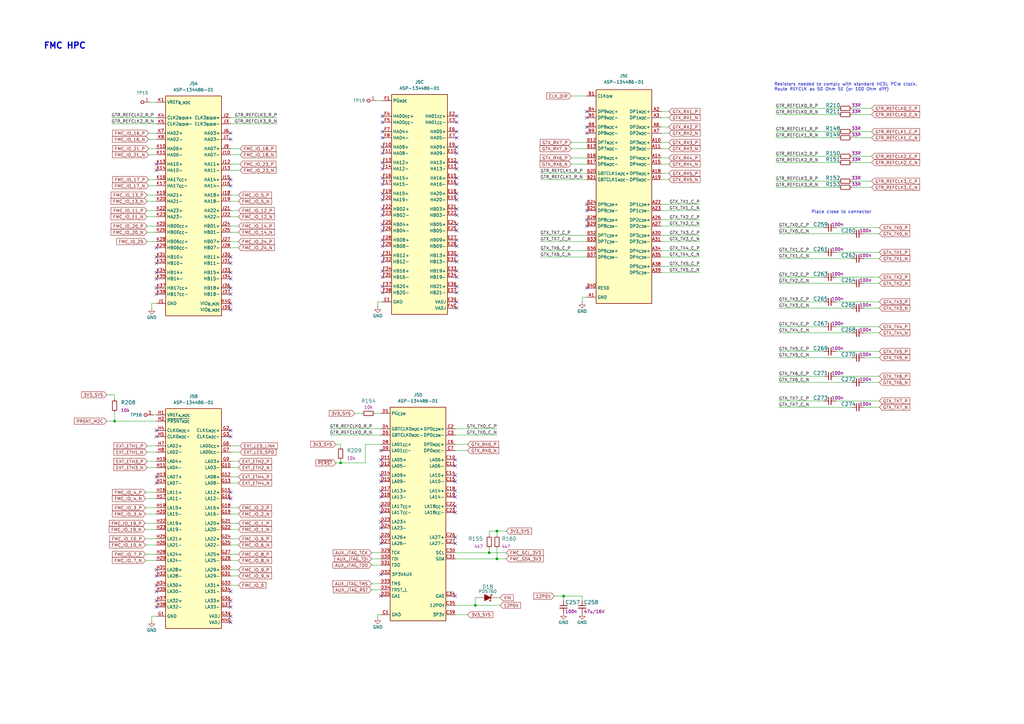
<source format=kicad_sch>
(kicad_sch (version 20211123) (generator eeschema)
  (paper "A3")
  (title_block (title "Data Center RDIMM DDR4 Tester") (date "2023-07-27") (rev "1.2.2") (comment 1 "www.antmicro.com") (comment 2 "Antmicro Ltd"))
  (junction (at 46.99 172.72))
  (junction (at 203.835 217.805))
  (junction (at 194.945 248.285))
  (junction (at 231.14 244.475))
  (junction (at 200.66 226.695))
  (junction (at 139.7 189.865))
  (junction (at 203.835 229.235))
  (no_connect (at 187.325 66.675))
  (no_connect (at 64.135 114.3))
  (no_connect (at 187.325 73.025))
  (no_connect (at 240.665 83.82))
  (no_connect (at 64.135 118.11))
  (no_connect (at 156.21 210.185))
  (no_connect (at 187.325 111.125))
  (no_connect (at 94.615 248.92))
  (no_connect (at 156.845 100.965))
  (no_connect (at 186.69 194.945))
  (no_connect (at 94.615 124.46))
  (no_connect (at 240.665 92.71))
  (no_connect (at 94.615 118.11))
  (no_connect (at 240.665 45.72))
  (no_connect (at 64.135 120.65))
  (no_connect (at 64.135 240.03))
  (no_connect (at 156.845 56.515))
  (no_connect (at 64.135 176.53))
  (no_connect (at 156.845 120.015))
  (no_connect (at 94.615 201.93))
  (no_connect (at 156.845 62.865))
  (no_connect (at 156.21 207.645))
  (no_connect (at 186.69 207.645))
  (no_connect (at 187.325 88.265))
  (no_connect (at 156.845 111.125))
  (no_connect (at 94.615 252.73))
  (no_connect (at 187.325 123.825))
  (no_connect (at 156.21 220.345))
  (no_connect (at 186.69 201.295))
  (no_connect (at 187.325 62.865))
  (no_connect (at 156.845 81.915))
  (no_connect (at 156.21 216.535))
  (no_connect (at 187.325 50.165))
  (no_connect (at 186.69 220.345))
  (no_connect (at 240.665 86.36))
  (no_connect (at 187.325 47.625))
  (no_connect (at 186.69 222.885))
  (no_connect (at 187.325 56.515))
  (no_connect (at 94.615 127))
  (no_connect (at 94.615 120.65))
  (no_connect (at 187.325 113.665))
  (no_connect (at 187.325 120.015))
  (no_connect (at 64.135 111.76))
  (no_connect (at 156.21 213.995))
  (no_connect (at 64.135 242.57))
  (no_connect (at 94.615 57.15))
  (no_connect (at 156.21 184.785))
  (no_connect (at 94.615 204.47))
  (no_connect (at 64.135 248.92))
  (no_connect (at 156.845 107.315))
  (no_connect (at 156.845 60.325))
  (no_connect (at 156.845 69.215))
  (no_connect (at 156.21 194.945))
  (no_connect (at 94.615 73.66))
  (no_connect (at 240.665 48.26))
  (no_connect (at 240.665 54.61))
  (no_connect (at 64.135 246.38))
  (no_connect (at 187.325 94.615))
  (no_connect (at 94.615 246.38))
  (no_connect (at 187.325 117.475))
  (no_connect (at 186.69 203.835))
  (no_connect (at 156.845 53.975))
  (no_connect (at 156.845 117.475))
  (no_connect (at 240.665 118.11))
  (no_connect (at 94.615 76.2))
  (no_connect (at 156.845 79.375))
  (no_connect (at 156.845 88.265))
  (no_connect (at 186.69 191.135))
  (no_connect (at 156.21 203.835))
  (no_connect (at 156.21 188.595))
  (no_connect (at 187.325 98.425))
  (no_connect (at 156.21 201.295))
  (no_connect (at 156.845 85.725))
  (no_connect (at 64.135 198.12))
  (no_connect (at 186.69 188.595))
  (no_connect (at 187.325 69.215))
  (no_connect (at 94.615 176.53))
  (no_connect (at 187.325 79.375))
  (no_connect (at 187.325 60.325))
  (no_connect (at 156.845 73.025))
  (no_connect (at 187.325 85.725))
  (no_connect (at 240.665 52.07))
  (no_connect (at 186.69 210.185))
  (no_connect (at 64.135 179.07))
  (no_connect (at 156.21 235.585))
  (no_connect (at 187.325 107.315))
  (no_connect (at 94.615 179.07))
  (no_connect (at 94.615 111.76))
  (no_connect (at 94.615 107.95))
  (no_connect (at 156.21 244.475))
  (no_connect (at 187.325 126.365))
  (no_connect (at 156.845 113.665))
  (no_connect (at 187.325 81.915))
  (no_connect (at 156.845 104.775))
  (no_connect (at 64.135 233.68))
  (no_connect (at 156.21 191.135))
  (no_connect (at 156.21 222.885))
  (no_connect (at 94.615 54.61))
  (no_connect (at 156.845 98.425))
  (no_connect (at 186.69 244.475))
  (no_connect (at 64.135 107.95))
  (no_connect (at 94.615 114.3))
  (no_connect (at 64.135 105.41))
  (no_connect (at 187.325 75.565))
  (no_connect (at 187.325 92.075))
  (no_connect (at 64.135 67.31))
  (no_connect (at 94.615 105.41))
  (no_connect (at 64.135 195.58))
  (no_connect (at 156.845 75.565))
  (no_connect (at 94.615 255.27))
  (no_connect (at 240.665 90.17))
  (no_connect (at 156.845 66.675))
  (no_connect (at 187.325 104.775))
  (no_connect (at 156.21 197.485))
  (no_connect (at 186.69 197.485))
  (no_connect (at 156.845 94.615))
  (no_connect (at 64.135 236.22))
  (no_connect (at 64.135 69.85))
  (no_connect (at 156.845 50.165))
  (no_connect (at 94.615 242.57))
  (no_connect (at 156.845 92.075))
  (no_connect (at 156.845 47.625))
  (no_connect (at 187.325 100.965))
  (no_connect (at 187.325 53.975))
  (no_connect (at 64.135 101.6))
  (wire (pts (xy 342.9 93.345) (xy 360.68 93.345)))
  (wire (pts (xy 59.563 217.17) (xy 64.135 217.17)))
  (wire (pts (xy 152.4 239.395) (xy 156.21 239.395)))
  (wire (pts (xy 234.315 67.31) (xy 240.665 67.31)))
  (wire (pts (xy 342.9 164.465) (xy 360.68 164.465)))
  (wire (pts (xy 238.76 123.825) (xy 238.76 121.92)))
  (wire (pts (xy 287.02 96.52) (xy 271.145 96.52)))
  (wire (pts (xy 94.615 101.6) (xy 97.79 101.6)))
  (wire (pts (xy 318.135 66.675) (xy 344.17 66.675)))
  (wire (pts (xy 97.79 95.25) (xy 94.615 95.25)))
  (wire (pts (xy 60.96 63.5) (xy 64.135 63.5)))
  (wire (pts (xy 349.25 44.45) (xy 357.505 44.45)))
  (wire (pts (xy 149.86 182.245) (xy 156.21 182.245)))
  (wire (pts (xy 154.94 252.095) (xy 156.21 252.095)))
  (wire (pts (xy 152.4 231.775) (xy 156.21 231.775)))
  (wire (pts (xy 342.9 144.145) (xy 360.68 144.145)))
  (wire (pts (xy 186.69 226.695) (xy 200.66 226.695)))
  (wire (pts (xy 191.77 252.095) (xy 186.69 252.095)))
  (wire (pts (xy 61.595 41.91) (xy 64.135 41.91)))
  (wire (pts (xy 319.405 144.145) (xy 337.82 144.145)))
  (wire (pts (xy 349.25 64.135) (xy 357.505 64.135)))
  (wire (pts (xy 139.7 189.865) (xy 139.7 188.595)))
  (wire (pts (xy 135.255 178.435) (xy 156.21 178.435)))
  (wire (pts (xy 227.33 244.475) (xy 231.14 244.475)))
  (wire (pts (xy 60.325 182.88) (xy 64.135 182.88)))
  (wire (pts (xy 205.105 248.285) (xy 194.945 248.285)))
  (wire (pts (xy 60.325 191.77) (xy 64.135 191.77)))
  (wire (pts (xy 203.835 224.79) (xy 203.835 229.235)))
  (wire (pts (xy 94.615 185.42) (xy 98.425 185.42)))
  (wire (pts (xy 186.69 178.435) (xy 203.835 178.435)))
  (wire (pts (xy 60.96 57.15) (xy 64.135 57.15)))
  (wire (pts (xy 354.33 95.885) (xy 360.68 95.885)))
  (wire (pts (xy 221.615 99.06) (xy 240.665 99.06)))
  (wire (pts (xy 60.96 54.61) (xy 64.135 54.61)))
  (wire (pts (xy 349.25 74.295) (xy 357.505 74.295)))
  (wire (pts (xy 94.615 80.01) (xy 97.79 80.01)))
  (wire (pts (xy 318.135 76.835) (xy 344.17 76.835)))
  (wire (pts (xy 186.69 248.285) (xy 194.945 248.285)))
  (wire (pts (xy 46.99 172.72) (xy 46.99 168.91)))
  (wire (pts (xy 287.02 109.22) (xy 271.145 109.22)))
  (wire (pts (xy 139.7 183.515) (xy 139.7 182.245)))
  (wire (pts (xy 342.9 123.825) (xy 360.68 123.825)))
  (wire (pts (xy 60.325 88.9) (xy 64.135 88.9)))
  (wire (pts (xy 354.33 106.045) (xy 360.68 106.045)))
  (wire (pts (xy 274.32 52.07) (xy 271.145 52.07)))
  (wire (pts (xy 152.4 241.935) (xy 156.21 241.935)))
  (wire (pts (xy 97.79 92.71) (xy 94.615 92.71)))
  (wire (pts (xy 59.69 208.28) (xy 64.135 208.28)))
  (wire (pts (xy 97.79 220.98) (xy 94.615 220.98)))
  (wire (pts (xy 139.7 189.865) (xy 149.86 189.865)))
  (wire (pts (xy 274.32 48.26) (xy 271.145 48.26)))
  (wire (pts (xy 98.425 60.96) (xy 94.615 60.96)))
  (wire (pts (xy 98.425 69.85) (xy 94.615 69.85)))
  (wire (pts (xy 274.32 67.31) (xy 271.145 67.31)))
  (wire (pts (xy 221.615 71.12) (xy 240.665 71.12)))
  (wire (pts (xy 274.32 60.96) (xy 271.145 60.96)))
  (wire (pts (xy 60.325 99.06) (xy 64.135 99.06)))
  (wire (pts (xy 274.32 64.77) (xy 271.145 64.77)))
  (wire (pts (xy 203.835 217.805) (xy 200.66 217.805)))
  (wire (pts (xy 152.4 229.235) (xy 156.21 229.235)))
  (wire (pts (xy 62.23 124.46) (xy 62.23 126.365)))
  (wire (pts (xy 97.79 195.58) (xy 94.615 195.58)))
  (wire (pts (xy 60.96 73.66) (xy 64.135 73.66)))
  (wire (pts (xy 45.72 48.26) (xy 64.135 48.26)))
  (wire (pts (xy 349.25 76.835) (xy 357.505 76.835)))
  (wire (pts (xy 319.405 123.825) (xy 337.82 123.825)))
  (wire (pts (xy 287.02 90.17) (xy 271.145 90.17)))
  (wire (pts (xy 342.9 103.505) (xy 360.68 103.505)))
  (wire (pts (xy 137.795 189.865) (xy 139.7 189.865)))
  (wire (pts (xy 234.315 60.96) (xy 240.665 60.96)))
  (wire (pts (xy 186.69 184.785) (xy 191.77 184.785)))
  (wire (pts (xy 221.615 105.41) (xy 240.665 105.41)))
  (wire (pts (xy 60.325 86.36) (xy 64.135 86.36)))
  (wire (pts (xy 274.32 73.66) (xy 271.145 73.66)))
  (wire (pts (xy 318.135 64.135) (xy 344.17 64.135)))
  (wire (pts (xy 60.325 92.71) (xy 64.135 92.71)))
  (wire (pts (xy 287.02 105.41) (xy 271.145 105.41)))
  (wire (pts (xy 238.76 244.475) (xy 238.76 246.38)))
  (wire (pts (xy 287.02 99.06) (xy 271.145 99.06)))
  (wire (pts (xy 97.79 233.68) (xy 94.615 233.68)))
  (wire (pts (xy 97.79 227.33) (xy 94.615 227.33)))
  (wire (pts (xy 154.305 41.275) (xy 156.845 41.275)))
  (wire (pts (xy 354.33 156.845) (xy 360.68 156.845)))
  (wire (pts (xy 238.76 121.92) (xy 240.665 121.92)))
  (wire (pts (xy 97.79 88.9) (xy 94.615 88.9)))
  (wire (pts (xy 97.79 236.22) (xy 94.615 236.22)))
  (wire (pts (xy 318.135 53.975) (xy 344.17 53.975)))
  (wire (pts (xy 59.69 229.87) (xy 64.135 229.87)))
  (wire (pts (xy 139.7 182.245) (xy 137.795 182.245)))
  (wire (pts (xy 349.25 46.99) (xy 357.505 46.99)))
  (wire (pts (xy 203.835 229.235) (xy 207.645 229.235)))
  (wire (pts (xy 97.79 223.52) (xy 94.615 223.52)))
  (wire (pts (xy 221.615 96.52) (xy 240.665 96.52)))
  (wire (pts (xy 97.79 210.82) (xy 94.615 210.82)))
  (wire (pts (xy 287.02 86.36) (xy 271.145 86.36)))
  (wire (pts (xy 287.02 92.71) (xy 271.145 92.71)))
  (wire (pts (xy 154.94 123.825) (xy 154.94 125.73)))
  (wire (pts (xy 205.105 245.11) (xy 203.835 245.11)))
  (wire (pts (xy 186.69 175.895) (xy 203.835 175.895)))
  (wire (pts (xy 145.415 169.545) (xy 148.59 169.545)))
  (wire (pts (xy 319.405 116.205) (xy 349.25 116.205)))
  (wire (pts (xy 62.23 254.635) (xy 62.23 252.73)))
  (wire (pts (xy 97.79 240.03) (xy 94.615 240.03)))
  (wire (pts (xy 94.615 82.55) (xy 97.79 82.55)))
  (wire (pts (xy 319.405 133.985) (xy 337.82 133.985)))
  (wire (pts (xy 319.405 164.465) (xy 337.82 164.465)))
  (wire (pts (xy 319.405 154.305) (xy 337.82 154.305)))
  (wire (pts (xy 97.79 198.12) (xy 94.615 198.12)))
  (wire (pts (xy 45.72 50.8) (xy 64.135 50.8)))
  (wire (pts (xy 319.405 167.005) (xy 349.25 167.005)))
  (wire (pts (xy 94.615 99.06) (xy 97.79 99.06)))
  (wire (pts (xy 97.79 191.77) (xy 94.615 191.77)))
  (wire (pts (xy 113.665 48.26) (xy 94.615 48.26)))
  (wire (pts (xy 354.33 116.205) (xy 360.68 116.205)))
  (wire (pts (xy 43.815 172.72) (xy 46.99 172.72)))
  (wire (pts (xy 354.33 146.685) (xy 360.68 146.685)))
  (wire (pts (xy 231.14 244.475) (xy 238.76 244.475)))
  (wire (pts (xy 60.325 80.01) (xy 64.135 80.01)))
  (wire (pts (xy 318.135 74.295) (xy 344.17 74.295)))
  (wire (pts (xy 287.02 102.87) (xy 271.145 102.87)))
  (wire (pts (xy 234.315 39.37) (xy 240.665 39.37)))
  (wire (pts (xy 234.315 64.77) (xy 240.665 64.77)))
  (wire (pts (xy 196.215 245.11) (xy 194.945 245.11)))
  (wire (pts (xy 287.02 111.76) (xy 271.145 111.76)))
  (wire (pts (xy 203.835 219.71) (xy 203.835 217.805)))
  (wire (pts (xy 149.86 189.865) (xy 149.86 182.245)))
  (wire (pts (xy 59.69 223.52) (xy 64.135 223.52)))
  (wire (pts (xy 97.79 229.87) (xy 94.615 229.87)))
  (wire (pts (xy 154.94 253.365) (xy 154.94 252.095)))
  (wire (pts (xy 97.79 217.17) (xy 94.615 217.17)))
  (wire (pts (xy 274.32 58.42) (xy 271.145 58.42)))
  (wire (pts (xy 354.33 167.005) (xy 360.68 167.005)))
  (wire (pts (xy 354.33 136.525) (xy 360.68 136.525)))
  (wire (pts (xy 319.405 146.685) (xy 349.25 146.685)))
  (wire (pts (xy 200.66 226.695) (xy 207.645 226.695)))
  (wire (pts (xy 154.94 123.825) (xy 156.845 123.825)))
  (wire (pts (xy 60.325 82.55) (xy 64.135 82.55)))
  (wire (pts (xy 319.405 136.525) (xy 349.25 136.525)))
  (wire (pts (xy 60.325 95.25) (xy 64.135 95.25)))
  (wire (pts (xy 318.135 44.45) (xy 344.17 44.45)))
  (wire (pts (xy 349.25 66.675) (xy 357.505 66.675)))
  (wire (pts (xy 59.69 204.47) (xy 64.135 204.47)))
  (wire (pts (xy 152.4 226.695) (xy 156.21 226.695)))
  (wire (pts (xy 59.69 210.82) (xy 64.135 210.82)))
  (wire (pts (xy 60.96 76.2) (xy 64.135 76.2)))
  (wire (pts (xy 319.405 106.045) (xy 349.25 106.045)))
  (wire (pts (xy 207.645 217.805) (xy 203.835 217.805)))
  (wire (pts (xy 62.865 170.18) (xy 64.135 170.18)))
  (wire (pts (xy 97.79 86.36) (xy 94.615 86.36)))
  (wire (pts (xy 342.9 133.985) (xy 360.68 133.985)))
  (wire (pts (xy 98.425 67.31) (xy 94.615 67.31)))
  (wire (pts (xy 62.23 124.46) (xy 64.135 124.46)))
  (wire (pts (xy 274.32 54.61) (xy 271.145 54.61)))
  (wire (pts (xy 46.99 172.72) (xy 64.135 172.72)))
  (wire (pts (xy 186.69 229.235) (xy 203.835 229.235)))
  (wire (pts (xy 60.325 189.23) (xy 64.135 189.23)))
  (wire (pts (xy 319.405 95.885) (xy 349.25 95.885)))
  (wire (pts (xy 319.405 103.505) (xy 337.82 103.505)))
  (wire (pts (xy 59.69 201.93) (xy 64.135 201.93)))
  (wire (pts (xy 200.66 224.79) (xy 200.66 226.695)))
  (wire (pts (xy 153.67 169.545) (xy 156.21 169.545)))
  (wire (pts (xy 342.9 154.305) (xy 360.68 154.305)))
  (wire (pts (xy 349.25 53.975) (xy 357.505 53.975)))
  (wire (pts (xy 349.25 56.515) (xy 357.505 56.515)))
  (wire (pts (xy 274.32 45.72) (xy 271.145 45.72)))
  (wire (pts (xy 59.69 220.98) (xy 64.135 220.98)))
  (wire (pts (xy 97.79 214.63) (xy 94.615 214.63)))
  (wire (pts (xy 186.69 182.245) (xy 191.77 182.245)))
  (wire (pts (xy 98.425 63.5) (xy 94.615 63.5)))
  (wire (pts (xy 62.23 252.73) (xy 64.135 252.73)))
  (wire (pts (xy 354.33 126.365) (xy 360.68 126.365)))
  (wire (pts (xy 319.405 156.845) (xy 349.25 156.845)))
  (wire (pts (xy 194.945 248.285) (xy 194.945 245.11)))
  (wire (pts (xy 46.99 161.925) (xy 43.815 161.925)))
  (wire (pts (xy 200.66 217.805) (xy 200.66 219.71)))
  (wire (pts (xy 59.563 214.63) (xy 64.135 214.63)))
  (wire (pts (xy 319.405 126.365) (xy 349.25 126.365)))
  (wire (pts (xy 135.255 175.895) (xy 156.21 175.895)))
  (wire (pts (xy 221.615 73.66) (xy 240.665 73.66)))
  (wire (pts (xy 319.405 93.345) (xy 337.82 93.345)))
  (wire (pts (xy 274.32 71.12) (xy 271.145 71.12)))
  (wire (pts (xy 97.79 208.28) (xy 94.615 208.28)))
  (wire (pts (xy 287.02 83.82) (xy 271.145 83.82)))
  (wire (pts (xy 221.615 102.87) (xy 240.665 102.87)))
  (wire (pts (xy 94.615 182.88) (xy 98.425 182.88)))
  (wire (pts (xy 60.96 60.96) (xy 64.135 60.96)))
  (wire (pts (xy 234.315 58.42) (xy 240.665 58.42)))
  (wire (pts (xy 319.405 113.665) (xy 337.82 113.665)))
  (wire (pts (xy 60.325 185.42) (xy 64.135 185.42)))
  (wire (pts (xy 318.135 46.99) (xy 344.17 46.99)))
  (wire (pts (xy 318.135 56.515) (xy 344.17 56.515)))
  (wire (pts (xy 46.99 163.83) (xy 46.99 161.925)))
  (wire (pts (xy 113.665 50.8) (xy 94.615 50.8)))
  (wire (pts (xy 231.14 244.475) (xy 231.14 246.38)))
  (wire (pts (xy 342.9 113.665) (xy 360.68 113.665)))
  (wire (pts (xy 97.79 189.23) (xy 94.615 189.23)))
  (wire (pts (xy 59.69 227.33) (xy 64.135 227.33)))
  (text "FMC HPC" (at 17.78 20.32 0) (effects (font (size 2.4892 2.4892) (thickness 0.4978) bold) (justify left bottom)))
  (text "Place close to connector" (at 332.74 87.757 0) (effects (font (size 1.27 1.27)) (justify left bottom)))
  (text "Resistors needed to comply with standard HCSL PCIe clock.\nRoute REFCLK as 50 Ohm SE (or 100 Ohm diff)" (at 317.5 37.465 0) (effects (font (size 1.27 1.27)) (justify left bottom)))
  (label "GTX_TX2_C_N" (at 287.02 92.71 180))
  (label "GTX_TX3_C_N" (at 319.405 126.365 0))
  (label "GTX_TX4_C_P" (at 319.405 133.985 0))
  (label "GTX_TX0_C_P" (at 319.405 93.345 0))
  (label "GTX_TX7_C_P" (at 221.615 96.52 0))
  (label "GTX_TX5_C_N" (at 287.02 111.76 180))
  (label "GTR_REFCLK0_R_N" (at 318.135 46.99 0))
  (label "GTX_TX2_C_N" (at 319.405 116.205 0))
  (label "GTX_TX5_C_N" (at 319.405 146.685 0))
  (label "GTX_TX7_C_N" (at 319.405 167.005 0))
  (label "GTX_TX5_C_P" (at 319.405 144.145 0))
  (label "GTX_TX6_C_N" (at 221.615 105.41 0))
  (label "GTR_REFCLK1_R_N" (at 318.135 56.515 0))
  (label "GTX_TX1_C_P" (at 319.405 103.505 0))
  (label "GTR_REFCLK3_R_N" (at 318.135 76.835 0))
  (label "GTR_REFCLK1_R_P" (at 221.615 71.12 0))
  (label "GTR_REFCLK2_R_N" (at 45.72 50.8 0))
  (label "GTX_TX1_C_N" (at 287.02 86.36 180))
  (label "GTX_TX2_C_P" (at 287.02 90.17 180))
  (label "GTR_REFCLK2_R_N" (at 318.135 66.675 0))
  (label "GTR_REFCLK3_R_P" (at 318.135 74.295 0))
  (label "GTR_REFCLK0_R_P" (at 135.255 175.895 0))
  (label "GTX_TX4_C_N" (at 319.405 136.525 0))
  (label "GTX_TX5_C_P" (at 287.02 109.22 180))
  (label "GTX_TX3_C_P" (at 319.405 123.825 0))
  (label "GTX_TX2_C_P" (at 319.405 113.665 0))
  (label "GTR_REFCLK0_R_N" (at 135.255 178.435 0))
  (label "GTX_TX0_C_N" (at 319.405 95.885 0))
  (label "GTX_TX7_C_N" (at 221.615 99.06 0))
  (label "GTR_REFCLK0_R_P" (at 318.135 44.45 0))
  (label "GTX_TX0_C_P" (at 203.835 175.895 180))
  (label "GTR_REFCLK2_R_P" (at 318.135 64.135 0))
  (label "GTX_TX6_C_P" (at 319.405 154.305 0))
  (label "GTX_TX6_C_N" (at 319.405 156.845 0))
  (label "GTX_TX1_C_N" (at 319.405 106.045 0))
  (label "GTR_REFCLK1_R_N" (at 221.615 73.66 0))
  (label "GTR_REFCLK3_R_N" (at 113.665 50.8 180))
  (label "GTX_TX3_C_P" (at 287.02 96.52 180))
  (label "GTR_REFCLK1_R_P" (at 318.135 53.975 0))
  (label "GTX_TX1_C_P" (at 287.02 83.82 180))
  (label "GTX_TX3_C_N" (at 287.02 99.06 180))
  (label "GTX_TX0_C_N" (at 203.835 178.435 180))
  (label "GTX_TX7_C_P" (at 319.405 164.465 0))
  (label "GTR_REFCLK3_R_P" (at 113.665 48.26 180))
  (label "GTX_TX6_C_P" (at 221.615 102.87 0))
  (label "GTX_TX4_C_P" (at 287.02 102.87 180))
  (label "GTX_TX4_C_N" (at 287.02 105.41 180))
  (label "GTR_REFCLK2_R_P" (at 45.72 48.26 0))
  (global_label "FMC_IO_13_P" (shape input) (at 60.325 80.01 180) (property "Intersheet References" "${INTERSHEET_REFS}" (effects hide)))
  (global_label "GTX_RX2_N" (shape input) (at 274.32 54.61 0) (property "Intersheet References" "${INTERSHEET_REFS}" (effects hide)))
  (global_label "FMC_IO_13_N" (shape input) (at 60.325 82.55 180) (property "Intersheet References" "${INTERSHEET_REFS}" (effects hide)))
  (global_label "FMC_IO_11_N" (shape input) (at 60.325 88.9 180) (property "Intersheet References" "${INTERSHEET_REFS}" (effects hide)))
  (global_label "GTX_TX1_P" (shape input) (at 360.68 103.505 0) (property "Intersheet References" "${INTERSHEET_REFS}" (effects hide)))
  (global_label "FMC_IO_4_N" (shape input) (at 59.69 204.47 180) (property "Intersheet References" "${INTERSHEET_REFS}" (effects hide)))
  (global_label "FMC_IO_7_P" (shape input) (at 59.69 227.33 180) (property "Intersheet References" "${INTERSHEET_REFS}" (effects hide)))
  (global_label "GTX_RX6_P" (shape input) (at 234.315 64.77 180) (property "Intersheet References" "${INTERSHEET_REFS}" (effects hide)))
  (global_label "FMC_IO_7_N" (shape input) (at 59.69 229.87 180) (property "Intersheet References" "${INTERSHEET_REFS}" (effects hide)))
  (global_label "GTR_REFCLK0_C_P" (shape input) (at 357.505 44.45 0) (property "Intersheet References" "${INTERSHEET_REFS}" (effects hide)))
  (global_label "FMC_IO_18_N" (shape input) (at 98.425 63.5 0) (property "Intersheet References" "${INTERSHEET_REFS}" (effects hide)))
  (global_label "FMC_IO_6_N" (shape input) (at 97.79 223.52 0) (property "Intersheet References" "${INTERSHEET_REFS}" (effects hide)))
  (global_label "FMC_IO_8_P" (shape input) (at 97.79 227.33 0) (property "Intersheet References" "${INTERSHEET_REFS}" (effects hide)))
  (global_label "GTR_REFCLK3_C_P" (shape input) (at 357.505 74.295 0) (property "Intersheet References" "${INTERSHEET_REFS}" (effects hide)))
  (global_label "FMC_IO_2_N" (shape input) (at 97.79 210.82 0) (property "Intersheet References" "${INTERSHEET_REFS}" (effects hide)))
  (global_label "FMC_IO_0" (shape input) (at 97.79 240.03 0) (property "Intersheet References" "${INTERSHEET_REFS}" (effects hide)))
  (global_label "FMC_IO_8_N" (shape input) (at 97.79 229.87 0) (property "Intersheet References" "${INTERSHEET_REFS}" (effects hide)))
  (global_label "EXT_ETH3_N" (shape input) (at 60.325 191.77 180) (property "Intersheet References" "${INTERSHEET_REFS}" (effects hide)))
  (global_label "EXT_ETH2_N" (shape input) (at 97.79 191.77 0) (property "Intersheet References" "${INTERSHEET_REFS}" (effects hide)))
  (global_label "FMC_IO_10_P" (shape input) (at 59.69 220.98 180) (property "Intersheet References" "${INTERSHEET_REFS}" (effects hide)))
  (global_label "GTX_RX2_P" (shape input) (at 274.32 52.07 0) (property "Intersheet References" "${INTERSHEET_REFS}" (effects hide)))
  (global_label "FMC_IO_5_P" (shape input) (at 97.79 80.01 0) (property "Intersheet References" "${INTERSHEET_REFS}" (effects hide)))
  (global_label "AUX_JTAG_TCK" (shape input) (at 152.4 226.695 180) (property "Intersheet References" "${INTERSHEET_REFS}" (effects hide)))
  (global_label "GTX_RX3_N" (shape input) (at 274.32 60.96 0) (property "Intersheet References" "${INTERSHEET_REFS}" (effects hide)))
  (global_label "GTX_TX3_P" (shape input) (at 360.68 123.825 0) (property "Intersheet References" "${INTERSHEET_REFS}" (effects hide)))
  (global_label "EXT_ETH1_N" (shape input) (at 60.325 185.42 180) (property "Intersheet References" "${INTERSHEET_REFS}" (effects hide)))
  (global_label "FMC_IO_21_N" (shape input) (at 60.96 63.5 180) (property "Intersheet References" "${INTERSHEET_REFS}" (effects hide)))
  (global_label "FMC_IO_3_P" (shape input) (at 59.69 208.28 180) (property "Intersheet References" "${INTERSHEET_REFS}" (effects hide)))
  (global_label "GTX_TX4_N" (shape input) (at 360.68 136.525 0) (property "Intersheet References" "${INTERSHEET_REFS}" (effects hide)))
  (global_label "EXT_ETH1_P" (shape input) (at 60.325 182.88 180) (property "Intersheet References" "${INTERSHEET_REFS}" (effects hide)))
  (global_label "FMC_IO_2_P" (shape input) (at 97.79 208.28 0) (property "Intersheet References" "${INTERSHEET_REFS}" (effects hide)))
  (global_label "12P0V" (shape input) (at 227.33 244.475 180) (property "Intersheet References" "${INTERSHEET_REFS}" (effects hide)))
  (global_label "GTX_RX4_N" (shape input) (at 274.32 67.31 0) (property "Intersheet References" "${INTERSHEET_REFS}" (effects hide)))
  (global_label "FMC_IO_20_P" (shape input) (at 60.325 92.71 180) (property "Intersheet References" "${INTERSHEET_REFS}" (effects hide)))
  (global_label "FMC_IO_16_N" (shape input) (at 60.96 57.15 180) (property "Intersheet References" "${INTERSHEET_REFS}" (effects hide)))
  (global_label "FMC_IO_20_N" (shape input) (at 60.325 95.25 180) (property "Intersheet References" "${INTERSHEET_REFS}" (effects hide)))
  (global_label "GTX_RX0_N" (shape input) (at 191.77 184.785 0) (property "Intersheet References" "${INTERSHEET_REFS}" (effects hide)))
  (global_label "EXT_ETH4_N" (shape input) (at 97.79 198.12 0) (property "Intersheet References" "${INTERSHEET_REFS}" (effects hide)))
  (global_label "FMC_IO_25" (shape input) (at 60.325 99.06 180) (property "Intersheet References" "${INTERSHEET_REFS}" (effects hide)))
  (global_label "FMC_IO_12_P" (shape input) (at 97.79 86.36 0) (property "Intersheet References" "${INTERSHEET_REFS}" (effects hide)))
  (global_label "AUX_JTAG_RST" (shape input) (at 152.4 241.935 180) (property "Intersheet References" "${INTERSHEET_REFS}" (effects hide)))
  (global_label "FMC_IO_17_N" (shape input) (at 60.96 76.2 180) (property "Intersheet References" "${INTERSHEET_REFS}" (effects hide)))
  (global_label "FMC_IO_21_P" (shape input) (at 60.96 60.96 180) (property "Intersheet References" "${INTERSHEET_REFS}" (effects hide)))
  (global_label "FMC_IO_1_P" (shape input) (at 97.79 214.63 0) (property "Intersheet References" "${INTERSHEET_REFS}" (effects hide)))
  (global_label "GTX_RX4_P" (shape input) (at 274.32 64.77 0) (property "Intersheet References" "${INTERSHEET_REFS}" (effects hide)))
  (global_label "3V3_SYS" (shape input) (at 145.415 169.545 180) (property "Intersheet References" "${INTERSHEET_REFS}" (effects hide)))
  (global_label "FMC_IO_9_P" (shape input) (at 97.79 233.68 0) (property "Intersheet References" "${INTERSHEET_REFS}" (effects hide)))
  (global_label "FMC_IO_12_N" (shape input) (at 97.79 88.9 0) (property "Intersheet References" "${INTERSHEET_REFS}" (effects hide)))
  (global_label "FMC_IO_4_P" (shape input) (at 59.69 201.93 180) (property "Intersheet References" "${INTERSHEET_REFS}" (effects hide)))
  (global_label "FMC_IO_19_N" (shape input) (at 59.563 217.17 180) (property "Intersheet References" "${INTERSHEET_REFS}" (effects hide)))
  (global_label "GTX_TX6_P" (shape input) (at 360.68 154.305 0) (property "Intersheet References" "${INTERSHEET_REFS}" (effects hide)))
  (global_label "GTX_TX2_P" (shape input) (at 360.68 113.665 0) (property "Intersheet References" "${INTERSHEET_REFS}" (effects hide)))
  (global_label "FMC_IO_10_N" (shape input) (at 59.69 223.52 180) (property "Intersheet References" "${INTERSHEET_REFS}" (effects hide)))
  (global_label "GTR_REFCLK2_C_N" (shape input) (at 357.505 66.675 0) (property "Intersheet References" "${INTERSHEET_REFS}" (effects hide)))
  (global_label "GTX_TX5_N" (shape input) (at 360.68 146.685 0) (property "Intersheet References" "${INTERSHEET_REFS}" (effects hide)))
  (global_label "GTX_RX5_N" (shape input) (at 274.32 73.66 0) (property "Intersheet References" "${INTERSHEET_REFS}" (effects hide)))
  (global_label "EXT_ETH2_P" (shape input) (at 97.79 189.23 0) (property "Intersheet References" "${INTERSHEET_REFS}" (effects hide)))
  (global_label "EXT_ETH3_P" (shape input) (at 60.325 189.23 180) (property "Intersheet References" "${INTERSHEET_REFS}" (effects hide)))
  (global_label "GTX_TX7_N" (shape input) (at 360.68 167.005 0) (property "Intersheet References" "${INTERSHEET_REFS}" (effects hide)))
  (global_label "GTX_TX7_P" (shape input) (at 360.68 164.465 0) (property "Intersheet References" "${INTERSHEET_REFS}" (effects hide)))
  (global_label "FMC_IO_14_N" (shape input) (at 97.79 95.25 0) (property "Intersheet References" "${INTERSHEET_REFS}" (effects hide)))
  (global_label "GTX_TX1_N" (shape input) (at 360.68 106.045 0) (property "Intersheet References" "${INTERSHEET_REFS}" (effects hide)))
  (global_label "GTX_TX0_N" (shape input) (at 360.68 95.885 0) (property "Intersheet References" "${INTERSHEET_REFS}" (effects hide)))
  (global_label "GTR_REFCLK2_C_P" (shape input) (at 357.505 64.135 0) (property "Intersheet References" "${INTERSHEET_REFS}" (effects hide)))
  (global_label "GTX_TX3_N" (shape input) (at 360.68 126.365 0) (property "Intersheet References" "${INTERSHEET_REFS}" (effects hide)))
  (global_label "FMC_IO_23_P" (shape input) (at 98.425 67.31 0) (property "Intersheet References" "${INTERSHEET_REFS}" (effects hide)))
  (global_label "PRSNT_M2C" (shape input) (at 43.815 172.72 180) (property "Intersheet References" "${INTERSHEET_REFS}" (effects hide)))
  (global_label "3V3_SYS" (shape input) (at 137.795 182.245 180) (property "Intersheet References" "${INTERSHEET_REFS}" (effects hide)))
  (global_label "~{PERST}" (shape input) (at 137.795 189.865 180) (property "Intersheet References" "${INTERSHEET_REFS}" (effects hide)))
  (global_label "GTX_RX1_N" (shape input) (at 274.32 48.26 0) (property "Intersheet References" "${INTERSHEET_REFS}" (effects hide)))
  (global_label "AUX_JTAG_TMS" (shape input) (at 152.4 239.395 180) (property "Intersheet References" "${INTERSHEET_REFS}" (effects hide)))
  (global_label "GTX_TX0_P" (shape input) (at 360.68 93.345 0) (property "Intersheet References" "${INTERSHEET_REFS}" (effects hide)))
  (global_label "FMC_IO_24_N" (shape input) (at 97.79 101.6 0) (property "Intersheet References" "${INTERSHEET_REFS}" (effects hide)))
  (global_label "GTX_RX7_N" (shape input) (at 234.315 60.96 180) (property "Intersheet References" "${INTERSHEET_REFS}" (effects hide)))
  (global_label "GTX_RX5_P" (shape input) (at 274.32 71.12 0) (property "Intersheet References" "${INTERSHEET_REFS}" (effects hide)))
  (global_label "GTX_RX3_P" (shape input) (at 274.32 58.42 0) (property "Intersheet References" "${INTERSHEET_REFS}" (effects hide)))
  (global_label "FMC_SCL_3V3" (shape input) (at 207.645 226.695 0) (property "Intersheet References" "${INTERSHEET_REFS}" (effects hide)))
  (global_label "GTX_TX5_P" (shape input) (at 360.68 144.145 0) (property "Intersheet References" "${INTERSHEET_REFS}" (effects hide)))
  (global_label "GTX_TX6_N" (shape input) (at 360.68 156.845 0) (property "Intersheet References" "${INTERSHEET_REFS}" (effects hide)))
  (global_label "FMC_IO_11_P" (shape input) (at 60.325 86.36 180) (property "Intersheet References" "${INTERSHEET_REFS}" (effects hide)))
  (global_label "3V3_SYS" (shape input) (at 207.645 217.805 0) (property "Intersheet References" "${INTERSHEET_REFS}" (effects hide)))
  (global_label "CLK_DIR" (shape input) (at 234.315 39.37 180) (property "Intersheet References" "${INTERSHEET_REFS}" (effects hide)))
  (global_label "FMC_IO_6_P" (shape input) (at 97.79 220.98 0) (property "Intersheet References" "${INTERSHEET_REFS}" (effects hide)))
  (global_label "3V3_SYS" (shape input) (at 43.815 161.925 180) (property "Intersheet References" "${INTERSHEET_REFS}" (effects hide)))
  (global_label "FMC_IO_19_P" (shape input) (at 59.563 214.63 180) (property "Intersheet References" "${INTERSHEET_REFS}" (effects hide)))
  (global_label "AUX_JTAG_TDO" (shape input) (at 152.4 231.775 180) (property "Intersheet References" "${INTERSHEET_REFS}" (effects hide)))
  (global_label "FMC_IO_24_P" (shape input) (at 97.79 99.06 0) (property "Intersheet References" "${INTERSHEET_REFS}" (effects hide)))
  (global_label "FMC_IO_9_N" (shape input) (at 97.79 236.22 0) (property "Intersheet References" "${INTERSHEET_REFS}" (effects hide)))
  (global_label "FMC_IO_14_P" (shape input) (at 97.79 92.71 0) (property "Intersheet References" "${INTERSHEET_REFS}" (effects hide)))
  (global_label "GTR_REFCLK1_C_P" (shape input) (at 357.505 53.975 0) (property "Intersheet References" "${INTERSHEET_REFS}" (effects hide)))
  (global_label "FMC_SDA_3V3" (shape input) (at 207.645 229.235 0) (property "Intersheet References" "${INTERSHEET_REFS}" (effects hide)))
  (global_label "FMC_IO_23_N" (shape input) (at 98.425 69.85 0) (property "Intersheet References" "${INTERSHEET_REFS}" (effects hide)))
  (global_label "3V3_SYS" (shape input) (at 191.77 252.095 0) (property "Intersheet References" "${INTERSHEET_REFS}" (effects hide)))
  (global_label "GTR_REFCLK0_C_N" (shape input) (at 357.505 46.99 0) (property "Intersheet References" "${INTERSHEET_REFS}" (effects hide)))
  (global_label "FMC_IO_1_N" (shape input) (at 97.79 217.17 0) (property "Intersheet References" "${INTERSHEET_REFS}" (effects hide)))
  (global_label "EXT_LED_LINK" (shape input) (at 98.425 182.88 0) (property "Intersheet References" "${INTERSHEET_REFS}" (effects hide)))
  (global_label "GTX_TX4_P" (shape input) (at 360.68 133.985 0) (property "Intersheet References" "${INTERSHEET_REFS}" (effects hide)))
  (global_label "GTR_REFCLK1_C_N" (shape input) (at 357.505 56.515 0) (property "Intersheet References" "${INTERSHEET_REFS}" (effects hide)))
  (global_label "EXT_LED_SPD" (shape input) (at 98.425 185.42 0) (property "Intersheet References" "${INTERSHEET_REFS}" (effects hide)))
  (global_label "GTX_RX6_N" (shape input) (at 234.315 67.31 180) (property "Intersheet References" "${INTERSHEET_REFS}" (effects hide)))
  (global_label "FMC_IO_18_P" (shape input) (at 98.425 60.96 0) (property "Intersheet References" "${INTERSHEET_REFS}" (effects hide)))
  (global_label "FMC_IO_5_N" (shape input) (at 97.79 82.55 0) (property "Intersheet References" "${INTERSHEET_REFS}" (effects hide)))
  (global_label "FMC_IO_17_P" (shape input) (at 60.96 73.66 180) (property "Intersheet References" "${INTERSHEET_REFS}" (effects hide)))
  (global_label "GTX_TX2_N" (shape input) (at 360.68 116.205 0) (property "Intersheet References" "${INTERSHEET_REFS}" (effects hide)))
  (global_label "GTX_RX1_P" (shape input) (at 274.32 45.72 0) (property "Intersheet References" "${INTERSHEET_REFS}" (effects hide)))
  (global_label "AUX_JTAG_TDI" (shape input) (at 152.4 229.235 180) (property "Intersheet References" "${INTERSHEET_REFS}" (effects hide)))
  (global_label "12P0V" (shape input) (at 205.105 248.285 0) (property "Intersheet References" "${INTERSHEET_REFS}" (effects hide)))
  (global_label "EXT_ETH4_P" (shape input) (at 97.79 195.58 0) (property "Intersheet References" "${INTERSHEET_REFS}" (effects hide)))
  (global_label "GTX_RX0_P" (shape input) (at 191.77 182.245 0) (property "Intersheet References" "${INTERSHEET_REFS}" (effects hide)))
  (global_label "FMC_IO_3_N" (shape input) (at 59.69 210.82 180) (property "Intersheet References" "${INTERSHEET_REFS}" (effects hide)))
  (global_label "GTX_RX7_P" (shape input) (at 234.315 58.42 180) (property "Intersheet References" "${INTERSHEET_REFS}" (effects hide)))
  (global_label "FMC_IO_16_P" (shape input) (at 60.96 54.61 180) (property "Intersheet References" "${INTERSHEET_REFS}" (effects hide)))
  (global_label "GTR_REFCLK3_C_N" (shape input) (at 357.505 76.835 0) (property "Intersheet References" "${INTERSHEET_REFS}" (effects hide)))
  (global_label "VIN" (shape input) (at 205.105 245.11 0) (property "Intersheet References" "${INTERSHEET_REFS}" (effects hide)))
  (symbol (lib_id "data-center-rdimm-ddr4-tester:R_33R_0402") (at 344.17 56.515 0) (unit 1)
    (property "Reference" "R149" (at 341.63 55.245 0) (effects (font (size 1.524 1.524))))
    (property "Value" "R_33R_0402" (effects hide))
    (property "Footprint" "data-center-rdimm-ddr4-tester-footprints:R_0402_1005Metric" (effects hide))
    (property "Datasheet" "https://www.bourns.com/docs/product-datasheets/cr.pdf" (effects hide))
    (property "Manufacturer" "Bourns" (effects hide))
    (property "MPN" "CR0402-FX-33R0GLF" (effects hide))
    (property "Val" "33R" (at 351.155 55.245 0))
    (property "License" "Apache-2.0" (effects hide))
    (property "Author" "Antmicro" (effects hide))
    (property "Tolerance" "1%" (effects hide))
  )
  (symbol (lib_id "data-center-rdimm-ddr4-tester:GND") (at 238.76 123.825 0) (unit 1)
    (property "Reference" "#PWR0348" (effects hide))
    (property "Value" "GND" (at 238.76 127.635 0))
    (property "Author" "Antmicro" (effects hide))
    (property "License" "Apache-2.0" (effects hide))
  )
  (symbol (lib_id "data-center-rdimm-ddr4-tester:C_100n_0402") (at 337.82 133.985 0) (unit 1)
    (property "Reference" "C267" (at 336.55 132.715 0) (effects (font (size 1.524 1.524))))
    (property "Value" "C_100n_0402" (effects hide))
    (property "Footprint" "data-center-rdimm-ddr4-tester-footprints:C_0402_1005Metric" (effects hide))
    (property "Datasheet" "https://search.murata.co.jp/Ceramy/image/img/A01X/G101/ENG/GRM155R61H104KE14-01.pdf" (effects hide))
    (property "Manufacturer" "Murata" (effects hide))
    (property "MPN" "GRM155R61H104KE14D" (effects hide))
    (property "Val" "100n" (at 343.535 132.715 0))
    (property "License" "Apache-2.0" (effects hide))
    (property "Author" "Antmicro" (effects hide))
    (property "Voltage" "50V" (effects hide))
    (property "Dielectric" "X5R" (effects hide))
  )
  (symbol (lib_id "data-center-rdimm-ddr4-tester:TP_0.75mm_SMD") (at 62.865 170.18 180) (unit 1)
    (property "Reference" "TP16" (at 55.88 170.18 0))
    (property "Value" "TP_0.75mm_SMD" (effects hide))
    (property "Footprint" "data-center-rdimm-ddr4-tester-footprints:TP_SMD_0.75mm" (effects hide))
    (property "Author" "Antmicro" (effects hide))
    (property "License" "Apache-2.0" (effects hide))
  )
  (symbol (lib_id "data-center-rdimm-ddr4-tester:TP_0.75mm_SMD") (at 61.595 41.91 180) (unit 1)
    (property "Reference" "TP15" (at 58.42 38.1 0))
    (property "Value" "TP_0.75mm_SMD" (effects hide))
    (property "Footprint" "data-center-rdimm-ddr4-tester-footprints:TP_SMD_0.75mm" (effects hide))
    (property "Author" "Antmicro" (effects hide))
    (property "License" "Apache-2.0" (effects hide))
  )
  (symbol (lib_id "data-center-rdimm-ddr4-tester:R_10k_0402") (at 46.99 168.91 90) (unit 1)
    (property "Reference" "R208" (at 49.53 165.1 90) (effects (font (size 1.524 1.524)) (justify right)))
    (property "Value" "R_10k_0402" (effects hide))
    (property "Footprint" "data-center-rdimm-ddr4-tester-footprints:R_0402_1005Metric" (effects hide))
    (property "Datasheet" "https://www.bourns.com/docs/product-datasheets/cr.pdf" (effects hide))
    (property "Manufacturer" "Bourns" (effects hide))
    (property "MPN" "CR0402-FX-1002GLF" (effects hide))
    (property "Val" "10k" (at 49.53 168.2749 90) (effects (justify right)))
    (property "License" "Apache-2.0" (effects hide))
    (property "Author" "Antmicro" (effects hide))
    (property "Tolerance" "1%" (effects hide))
  )
  (symbol (lib_id "data-center-rdimm-ddr4-tester:GND") (at 62.23 126.365 0) (unit 1)
    (property "Reference" "#PWR0351" (effects hide))
    (property "Value" "GND" (at 62.23 130.175 0))
    (property "Author" "Antmicro" (effects hide))
    (property "License" "Apache-2.0" (effects hide))
  )
  (symbol (lib_id "data-center-rdimm-ddr4-tester:R_33R_0402") (at 344.17 44.45 0) (unit 1)
    (property "Reference" "R210" (at 341.63 43.18 0) (effects (font (size 1.524 1.524))))
    (property "Value" "R_33R_0402" (effects hide))
    (property "Footprint" "data-center-rdimm-ddr4-tester-footprints:R_0402_1005Metric" (effects hide))
    (property "Datasheet" "https://www.bourns.com/docs/product-datasheets/cr.pdf" (effects hide))
    (property "Manufacturer" "Bourns" (effects hide))
    (property "MPN" "CR0402-FX-33R0GLF" (effects hide))
    (property "Val" "33R" (at 351.155 43.18 0))
    (property "License" "Apache-2.0" (effects hide))
    (property "Author" "Antmicro" (effects hide))
    (property "Tolerance" "1%" (effects hide))
  )
  (symbol (lib_id "data-center-rdimm-ddr4-tester:ASP-134486-01") (at 64.135 170.18 0) (unit 2)
    (property "Reference" "J5" (at 79.375 162.56 0))
    (property "Value" "ASP-134486-01" (at 79.375 165.1 0))
    (property "Footprint" "data-center-rdimm-ddr4-tester-footprints:FMC_SAMTEC_ASP-134486-01" (effects hide))
    (property "Datasheet" "https://suddendocs.samtec.com/prints/asp-134486-01-mkt.pdf?_gl=1*a2d3qa*_ga*MzYxMTM5My4xNjYzOTI3MDkz*_ga_3KFNZC07WW*MTY2NDIwMTUxMC4zLjAuMTY2NDIwMTUxMC42MC4wLjA." (effects hide))
    (property "Manufacturer" "Samtec" (effects hide))
    (property "MPN" "ASP-134486-01" (effects hide))
    (property "Author" "Antmicro" (effects hide))
    (property "License" "Apache-2.0" (effects hide))
  )
  (symbol (lib_id "data-center-rdimm-ddr4-tester:GND") (at 154.94 125.73 0) (unit 1)
    (property "Reference" "#PWR0406" (effects hide))
    (property "Value" "GND" (at 154.94 129.54 0))
    (property "Author" "Antmicro" (effects hide))
    (property "License" "Apache-2.0" (effects hide))
  )
  (symbol (lib_id "data-center-rdimm-ddr4-tester:ASP-134486-01") (at 240.665 39.37 0) (unit 5)
    (property "Reference" "J5" (at 255.905 31.115 0))
    (property "Value" "ASP-134486-01" (at 255.905 33.655 0))
    (property "Footprint" "data-center-rdimm-ddr4-tester-footprints:FMC_SAMTEC_ASP-134486-01" (effects hide))
    (property "Datasheet" "https://suddendocs.samtec.com/prints/asp-134486-01-mkt.pdf?_gl=1*a2d3qa*_ga*MzYxMTM5My4xNjYzOTI3MDkz*_ga_3KFNZC07WW*MTY2NDIwMTUxMC4zLjAuMTY2NDIwMTUxMC42MC4wLjA." (effects hide))
    (property "Manufacturer" "Samtec" (effects hide))
    (property "MPN" "ASP-134486-01" (effects hide))
    (property "Author" "Antmicro" (effects hide))
    (property "License" "Apache-2.0" (effects hide))
  )
  (symbol (lib_id "data-center-rdimm-ddr4-tester:GND") (at 62.23 254.635 0) (unit 1)
    (property "Reference" "#PWR0350" (effects hide))
    (property "Value" "GND" (at 62.23 258.445 0))
    (property "Author" "Antmicro" (effects hide))
    (property "License" "Apache-2.0" (effects hide))
  )
  (symbol (lib_id "data-center-rdimm-ddr4-tester:GND") (at 231.14 251.46 0) (unit 1)
    (property "Reference" "#PWR0345" (effects hide))
    (property "Value" "GND" (at 231.14 255.27 0))
    (property "Author" "Antmicro" (effects hide))
    (property "License" "Apache-2.0" (effects hide))
  )
  (symbol (lib_id "data-center-rdimm-ddr4-tester:C_100n_0402") (at 349.25 146.685 0) (unit 1)
    (property "Reference" "C270" (at 347.98 145.415 0) (effects (font (size 1.524 1.524))))
    (property "Value" "C_100n_0402" (effects hide))
    (property "Footprint" "data-center-rdimm-ddr4-tester-footprints:C_0402_1005Metric" (effects hide))
    (property "Datasheet" "https://search.murata.co.jp/Ceramy/image/img/A01X/G101/ENG/GRM155R61H104KE14-01.pdf" (effects hide))
    (property "Manufacturer" "Murata" (effects hide))
    (property "MPN" "GRM155R61H104KE14D" (effects hide))
    (property "Val" "100n" (at 354.965 145.415 0))
    (property "License" "Apache-2.0" (effects hide))
    (property "Author" "Antmicro" (effects hide))
    (property "Voltage" "50V" (effects hide))
    (property "Dielectric" "X5R" (effects hide))
  )
  (symbol (lib_id "data-center-rdimm-ddr4-tester:C_100n_0402") (at 354.33 156.845 180) (unit 1)
    (property "Reference" "C272" (at 347.98 155.575 0) (effects (font (size 1.524 1.524))))
    (property "Value" "C_100n_0402" (effects hide))
    (property "Footprint" "data-center-rdimm-ddr4-tester-footprints:C_0402_1005Metric" (effects hide))
    (property "Datasheet" "https://search.murata.co.jp/Ceramy/image/img/A01X/G101/ENG/GRM155R61H104KE14-01.pdf" (effects hide))
    (property "Manufacturer" "Murata" (effects hide))
    (property "MPN" "GRM155R61H104KE14D" (effects hide))
    (property "Val" "100n" (at 354.965 155.575 0))
    (property "License" "Apache-2.0" (effects hide))
    (property "Author" "Antmicro" (effects hide))
    (property "Voltage" "50V" (effects hide))
    (property "Dielectric" "X5R" (effects hide))
  )
  (symbol (lib_id "data-center-rdimm-ddr4-tester:C_100n_0402") (at 337.82 144.145 0) (unit 1)
    (property "Reference" "C269" (at 336.55 142.875 0) (effects (font (size 1.524 1.524))))
    (property "Value" "C_100n_0402" (effects hide))
    (property "Footprint" "data-center-rdimm-ddr4-tester-footprints:C_0402_1005Metric" (effects hide))
    (property "Datasheet" "https://search.murata.co.jp/Ceramy/image/img/A01X/G101/ENG/GRM155R61H104KE14-01.pdf" (effects hide))
    (property "Manufacturer" "Murata" (effects hide))
    (property "MPN" "GRM155R61H104KE14D" (effects hide))
    (property "Val" "100n" (at 343.535 142.875 0))
    (property "License" "Apache-2.0" (effects hide))
    (property "Author" "Antmicro" (effects hide))
    (property "Voltage" "50V" (effects hide))
    (property "Dielectric" "X5R" (effects hide))
  )
  (symbol (lib_id "data-center-rdimm-ddr4-tester:R_33R_0402") (at 344.17 66.675 0) (unit 1)
    (property "Reference" "R151" (at 341.63 65.405 0) (effects (font (size 1.524 1.524))))
    (property "Value" "R_33R_0402" (effects hide))
    (property "Footprint" "data-center-rdimm-ddr4-tester-footprints:R_0402_1005Metric" (effects hide))
    (property "Datasheet" "https://www.bourns.com/docs/product-datasheets/cr.pdf" (effects hide))
    (property "Manufacturer" "Bourns" (effects hide))
    (property "MPN" "CR0402-FX-33R0GLF" (effects hide))
    (property "Val" "33R" (at 351.155 65.405 0))
    (property "License" "Apache-2.0" (effects hide))
    (property "Author" "Antmicro" (effects hide))
    (property "Tolerance" "1%" (effects hide))
  )
  (symbol (lib_id "data-center-rdimm-ddr4-tester:C_100n_0402") (at 349.25 167.005 0) (unit 1)
    (property "Reference" "C274" (at 347.98 165.735 0) (effects (font (size 1.524 1.524))))
    (property "Value" "C_100n_0402" (effects hide))
    (property "Footprint" "data-center-rdimm-ddr4-tester-footprints:C_0402_1005Metric" (effects hide))
    (property "Datasheet" "https://search.murata.co.jp/Ceramy/image/img/A01X/G101/ENG/GRM155R61H104KE14-01.pdf" (effects hide))
    (property "Manufacturer" "Murata" (effects hide))
    (property "MPN" "GRM155R61H104KE14D" (effects hide))
    (property "Val" "100n" (at 354.965 165.735 0))
    (property "License" "Apache-2.0" (effects hide))
    (property "Author" "Antmicro" (effects hide))
    (property "Voltage" "50V" (effects hide))
    (property "Dielectric" "X5R" (effects hide))
  )
  (symbol (lib_id "data-center-rdimm-ddr4-tester:R_4k7_0402") (at 200.66 219.71 90) (mirror x) (unit 1)
    (property "Reference" "R155" (at 198.12 220.98 90) (effects (font (size 1.524 1.524)) (justify left)))
    (property "Value" "R_4k7_0402" (effects hide))
    (property "Footprint" "data-center-rdimm-ddr4-tester-footprints:R_0402_1005Metric" (effects hide))
    (property "Datasheet" "https://www.bourns.com/docs/product-datasheets/cr.pdf" (effects hide))
    (property "Manufacturer" "Bourns" (effects hide))
    (property "MPN" "CR0402-FX-4701GLF" (effects hide))
    (property "Val" "4k7" (at 198.12 224.1549 90) (effects (justify left)))
    (property "License" "Apache-2.0" (effects hide))
    (property "Author" "Antmicro" (effects hide))
    (property "Tolerance" "1%" (effects hide))
  )
  (symbol (lib_id "data-center-rdimm-ddr4-tester:C_100n_0402") (at 337.82 123.825 0) (unit 1)
    (property "Reference" "C265" (at 336.55 122.555 0) (effects (font (size 1.524 1.524))))
    (property "Value" "C_100n_0402" (effects hide))
    (property "Footprint" "data-center-rdimm-ddr4-tester-footprints:C_0402_1005Metric" (effects hide))
    (property "Datasheet" "https://search.murata.co.jp/Ceramy/image/img/A01X/G101/ENG/GRM155R61H104KE14-01.pdf" (effects hide))
    (property "Manufacturer" "Murata" (effects hide))
    (property "MPN" "GRM155R61H104KE14D" (effects hide))
    (property "Val" "100n" (at 343.535 122.555 0))
    (property "License" "Apache-2.0" (effects hide))
    (property "Author" "Antmicro" (effects hide))
    (property "Voltage" "50V" (effects hide))
    (property "Dielectric" "X5R" (effects hide))
  )
  (symbol (lib_id "data-center-rdimm-ddr4-tester:R_33R_0402") (at 344.17 53.975 0) (unit 1)
    (property "Reference" "R148" (at 341.63 52.705 0) (effects (font (size 1.524 1.524))))
    (property "Value" "R_33R_0402" (effects hide))
    (property "Footprint" "data-center-rdimm-ddr4-tester-footprints:R_0402_1005Metric" (effects hide))
    (property "Datasheet" "https://www.bourns.com/docs/product-datasheets/cr.pdf" (effects hide))
    (property "Manufacturer" "Bourns" (effects hide))
    (property "MPN" "CR0402-FX-33R0GLF" (effects hide))
    (property "Val" "33R" (at 351.155 52.705 0))
    (property "License" "Apache-2.0" (effects hide))
    (property "Author" "Antmicro" (effects hide))
    (property "Tolerance" "1%" (effects hide))
  )
  (symbol (lib_id "data-center-rdimm-ddr4-tester:GND") (at 154.94 253.365 0) (unit 1)
    (property "Reference" "#PWR0346" (effects hide))
    (property "Value" "GND" (at 154.94 257.175 0))
    (property "Author" "Antmicro" (effects hide))
    (property "License" "Apache-2.0" (effects hide))
  )
  (symbol (lib_id "data-center-rdimm-ddr4-tester:R_10k_0402") (at 139.7 188.595 90) (unit 1)
    (property "Reference" "R209" (at 142.24 184.785 90) (effects (font (size 1.524 1.524)) (justify right)))
    (property "Value" "R_10k_0402" (effects hide))
    (property "Footprint" "data-center-rdimm-ddr4-tester-footprints:R_0402_1005Metric" (effects hide))
    (property "Datasheet" "https://www.bourns.com/docs/product-datasheets/cr.pdf" (effects hide))
    (property "Manufacturer" "Bourns" (effects hide))
    (property "MPN" "CR0402-FX-1002GLF" (effects hide))
    (property "Val" "10k" (at 142.24 187.9599 90) (effects (justify right)))
    (property "License" "Apache-2.0" (effects hide))
    (property "Author" "Antmicro" (effects hide))
    (property "Tolerance" "1%" (effects hide))
  )
  (symbol (lib_id "data-center-rdimm-ddr4-tester:R_33R_0402") (at 344.17 64.135 0) (unit 1)
    (property "Reference" "R150" (at 341.63 62.865 0) (effects (font (size 1.524 1.524))))
    (property "Value" "R_33R_0402" (effects hide))
    (property "Footprint" "data-center-rdimm-ddr4-tester-footprints:R_0402_1005Metric" (effects hide))
    (property "Datasheet" "https://www.bourns.com/docs/product-datasheets/cr.pdf" (effects hide))
    (property "Manufacturer" "Bourns" (effects hide))
    (property "MPN" "CR0402-FX-33R0GLF" (effects hide))
    (property "Val" "33R" (at 351.155 62.865 0))
    (property "License" "Apache-2.0" (effects hide))
    (property "Author" "Antmicro" (effects hide))
    (property "Tolerance" "1%" (effects hide))
  )
  (symbol (lib_id "data-center-rdimm-ddr4-tester:C_100n_0402") (at 349.25 116.205 0) (unit 1)
    (property "Reference" "C264" (at 347.98 114.935 0) (effects (font (size 1.524 1.524))))
    (property "Value" "C_100n_0402" (effects hide))
    (property "Footprint" "data-center-rdimm-ddr4-tester-footprints:C_0402_1005Metric" (effects hide))
    (property "Datasheet" "https://search.murata.co.jp/Ceramy/image/img/A01X/G101/ENG/GRM155R61H104KE14-01.pdf" (effects hide))
    (property "Manufacturer" "Murata" (effects hide))
    (property "MPN" "GRM155R61H104KE14D" (effects hide))
    (property "Val" "100n" (at 354.965 114.935 0))
    (property "License" "Apache-2.0" (effects hide))
    (property "Author" "Antmicro" (effects hide))
    (property "Voltage" "50V" (effects hide))
    (property "Dielectric" "X5R" (effects hide))
  )
  (symbol (lib_id "data-center-rdimm-ddr4-tester:R_33R_0402") (at 344.17 46.99 0) (unit 1)
    (property "Reference" "R211" (at 341.63 45.72 0) (effects (font (size 1.524 1.524))))
    (property "Value" "R_33R_0402" (effects hide))
    (property "Footprint" "data-center-rdimm-ddr4-tester-footprints:R_0402_1005Metric" (effects hide))
    (property "Datasheet" "https://www.bourns.com/docs/product-datasheets/cr.pdf" (effects hide))
    (property "Manufacturer" "Bourns" (effects hide))
    (property "MPN" "CR0402-FX-33R0GLF" (effects hide))
    (property "Val" "33R" (at 351.155 45.72 0))
    (property "License" "Apache-2.0" (effects hide))
    (property "Author" "Antmicro" (effects hide))
    (property "Tolerance" "1%" (effects hide))
  )
  (symbol (lib_id "data-center-rdimm-ddr4-tester:TP_0.75mm_SMD") (at 154.305 41.275 180) (unit 1)
    (property "Reference" "TP19" (at 147.32 41.275 0))
    (property "Value" "TP_0.75mm_SMD" (effects hide))
    (property "Footprint" "data-center-rdimm-ddr4-tester-footprints:TP_SMD_0.75mm" (effects hide))
    (property "Author" "Antmicro" (effects hide))
    (property "License" "Apache-2.0" (effects hide))
  )
  (symbol (lib_id "data-center-rdimm-ddr4-tester:ASP-134486-01") (at 156.845 41.275 0) (unit 3)
    (property "Reference" "J5" (at 172.085 33.655 0))
    (property "Value" "ASP-134486-01" (at 172.085 36.195 0))
    (property "Footprint" "data-center-rdimm-ddr4-tester-footprints:FMC_SAMTEC_ASP-134486-01" (effects hide))
    (property "Datasheet" "https://suddendocs.samtec.com/prints/asp-134486-01-mkt.pdf?_gl=1*a2d3qa*_ga*MzYxMTM5My4xNjYzOTI3MDkz*_ga_3KFNZC07WW*MTY2NDIwMTUxMC4zLjAuMTY2NDIwMTUxMC42MC4wLjA." (effects hide))
    (property "Manufacturer" "Samtec" (effects hide))
    (property "MPN" "ASP-134486-01" (effects hide))
    (property "Author" "Antmicro" (effects hide))
    (property "License" "Apache-2.0" (effects hide))
  )
  (symbol (lib_id "data-center-rdimm-ddr4-tester:ASP-134486-01") (at 64.135 41.91 0) (unit 1)
    (property "Reference" "J5" (at 79.375 34.29 0))
    (property "Value" "ASP-134486-01" (at 79.375 36.83 0))
    (property "Footprint" "data-center-rdimm-ddr4-tester-footprints:FMC_SAMTEC_ASP-134486-01" (effects hide))
    (property "Datasheet" "https://suddendocs.samtec.com/prints/asp-134486-01-mkt.pdf?_gl=1*a2d3qa*_ga*MzYxMTM5My4xNjYzOTI3MDkz*_ga_3KFNZC07WW*MTY2NDIwMTUxMC4zLjAuMTY2NDIwMTUxMC42MC4wLjA." (effects hide))
    (property "Manufacturer" "Samtec" (effects hide))
    (property "MPN" "ASP-134486-01" (effects hide))
    (property "Author" "Antmicro" (effects hide))
    (property "License" "Apache-2.0" (effects hide))
  )
  (symbol (lib_id "data-center-rdimm-ddr4-tester:R_10k_0402") (at 153.67 169.545 180) (unit 1)
    (property "Reference" "R154" (at 151.13 164.465 0) (effects (font (size 1.524 1.524))))
    (property "Value" "R_10k_0402" (effects hide))
    (property "Footprint" "data-center-rdimm-ddr4-tester-footprints:R_0402_1005Metric" (effects hide))
    (property "Datasheet" "https://www.bourns.com/docs/product-datasheets/cr.pdf" (effects hide))
    (property "Manufacturer" "Bourns" (effects hide))
    (property "MPN" "CR0402-FX-1002GLF" (effects hide))
    (property "Val" "10k" (at 151.13 167.005 0))
    (property "License" "Apache-2.0" (effects hide))
    (property "Author" "Antmicro" (effects hide))
    (property "Tolerance" "1%" (effects hide))
  )
  (symbol (lib_id "data-center-rdimm-ddr4-tester:C_100n_0201") (at 231.14 246.38 270) (unit 1)
    (property "Reference" "C257" (at 231.775 247.015 90) (effects (font (size 1.524 1.524)) (justify left)))
    (property "Value" "C_100n_0201" (effects hide))
    (property "Footprint" "data-center-rdimm-ddr4-tester-footprints:C_0201" (effects hide))
    (property "Datasheet" " " (effects hide))
    (property "Manufacturer" "Yaego" (effects hide))
    (property "MPN" "CC0201KRX6S5BB104" (effects hide))
    (property "Val" "100n" (at 231.775 250.825 90) (effects (justify left)))
    (property "License" "Apache-2.0" (effects hide))
    (property "Author" "Antmicro" (effects hide))
  )
  (symbol (lib_id "data-center-rdimm-ddr4-tester:PDS760") (at 196.215 245.11 0) (unit 1)
    (property "Reference" "D18" (at 200.025 240.665 0) (effects (font (size 1.524 1.524))))
    (property "Value" "PDS760" (at 200.025 242.57 0))
    (property "Footprint" "data-center-rdimm-ddr4-tester-footprints:PowerDI5" (effects hide))
    (property "Datasheet" "https://www.diodes.com/assets/Datasheets/ds30470.pdf" (effects hide))
    (property "Manufacturer" "Diodes Incorporated" (effects hide))
    (property "MPN" "PDS760-13" (effects hide))
    (property "Author" "Antmicro" (effects hide))
    (property "License" "Apache-2.0" (effects hide))
  )
  (symbol (lib_id "data-center-rdimm-ddr4-tester:R_33R_0402") (at 344.17 76.835 0) (unit 1)
    (property "Reference" "R153" (at 341.63 75.565 0) (effects (font (size 1.524 1.524))))
    (property "Value" "R_33R_0402" (effects hide))
    (property "Footprint" "data-center-rdimm-ddr4-tester-footprints:R_0402_1005Metric" (effects hide))
    (property "Datasheet" "https://www.bourns.com/docs/product-datasheets/cr.pdf" (effects hide))
    (property "Manufacturer" "Bourns" (effects hide))
    (property "MPN" "CR0402-FX-33R0GLF" (effects hide))
    (property "Val" "33R" (at 351.155 75.565 0))
    (property "License" "Apache-2.0" (effects hide))
    (property "Author" "Antmicro" (effects hide))
    (property "Tolerance" "1%" (effects hide))
  )
  (symbol (lib_id "data-center-rdimm-ddr4-tester:C_100n_0402") (at 349.25 136.525 0) (unit 1)
    (property "Reference" "C268" (at 347.98 135.255 0) (effects (font (size 1.524 1.524))))
    (property "Value" "C_100n_0402" (effects hide))
    (property "Footprint" "data-center-rdimm-ddr4-tester-footprints:C_0402_1005Metric" (effects hide))
    (property "Datasheet" "https://search.murata.co.jp/Ceramy/image/img/A01X/G101/ENG/GRM155R61H104KE14-01.pdf" (effects hide))
    (property "Manufacturer" "Murata" (effects hide))
    (property "MPN" "GRM155R61H104KE14D" (effects hide))
    (property "Val" "100n" (at 354.965 135.255 0))
    (property "License" "Apache-2.0" (effects hide))
    (property "Author" "Antmicro" (effects hide))
    (property "Voltage" "50V" (effects hide))
    (property "Dielectric" "X5R" (effects hide))
  )
  (symbol (lib_id "data-center-rdimm-ddr4-tester:GND") (at 238.76 251.46 0) (unit 1)
    (property "Reference" "#PWR0407" (effects hide))
    (property "Value" "GND" (at 238.76 255.27 0))
    (property "Author" "Antmicro" (effects hide))
    (property "License" "Apache-2.0" (effects hide))
  )
  (symbol (lib_id "data-center-rdimm-ddr4-tester:C_100n_0402") (at 349.25 106.045 0) (unit 1)
    (property "Reference" "C262" (at 347.98 104.775 0) (effects (font (size 1.524 1.524))))
    (property "Value" "C_100n_0402" (effects hide))
    (property "Footprint" "data-center-rdimm-ddr4-tester-footprints:C_0402_1005Metric" (effects hide))
    (property "Datasheet" "https://search.murata.co.jp/Ceramy/image/img/A01X/G101/ENG/GRM155R61H104KE14-01.pdf" (effects hide))
    (property "Manufacturer" "Murata" (effects hide))
    (property "MPN" "GRM155R61H104KE14D" (effects hide))
    (property "Val" "100n" (at 354.965 104.775 0))
    (property "License" "Apache-2.0" (effects hide))
    (property "Author" "Antmicro" (effects hide))
    (property "Voltage" "50V" (effects hide))
    (property "Dielectric" "X5R" (effects hide))
  )
  (symbol (lib_id "data-center-rdimm-ddr4-tester:R_33R_0402") (at 344.17 74.295 0) (unit 1)
    (property "Reference" "R152" (at 341.63 73.025 0) (effects (font (size 1.524 1.524))))
    (property "Value" "R_33R_0402" (effects hide))
    (property "Footprint" "data-center-rdimm-ddr4-tester-footprints:R_0402_1005Metric" (effects hide))
    (property "Datasheet" "https://www.bourns.com/docs/product-datasheets/cr.pdf" (effects hide))
    (property "Manufacturer" "Bourns" (effects hide))
    (property "MPN" "CR0402-FX-33R0GLF" (effects hide))
    (property "Val" "33R" (at 351.155 73.025 0))
    (property "License" "Apache-2.0" (effects hide))
    (property "Author" "Antmicro" (effects hide))
    (property "Tolerance" "1%" (effects hide))
  )
  (symbol (lib_id "data-center-rdimm-ddr4-tester:R_4k7_0402") (at 203.835 219.71 90) (mirror x) (unit 1)
    (property "Reference" "R160" (at 205.74 220.98 90) (effects (font (size 1.524 1.524)) (justify right)))
    (property "Value" "R_4k7_0402" (effects hide))
    (property "Footprint" "data-center-rdimm-ddr4-tester-footprints:R_0402_1005Metric" (effects hide))
    (property "Datasheet" "https://www.bourns.com/docs/product-datasheets/cr.pdf" (effects hide))
    (property "Manufacturer" "Bourns" (effects hide))
    (property "MPN" "CR0402-FX-4701GLF" (effects hide))
    (property "Val" "4k7" (at 205.74 224.1549 90) (effects (justify right)))
    (property "License" "Apache-2.0" (effects hide))
    (property "Author" "Antmicro" (effects hide))
    (property "Tolerance" "1%" (effects hide))
  )
  (symbol (lib_id "data-center-rdimm-ddr4-tester:C_47u_16V_1206") (at 238.76 246.38 270) (unit 1)
    (property "Reference" "C258" (at 239.395 247.015 90) (effects (font (size 1.524 1.524)) (justify left)))
    (property "Value" "C_47u_16V_1206" (effects hide))
    (property "Footprint" "data-center-rdimm-ddr4-tester-footprints:C_1206_3216Metric" (effects hide))
    (property "Datasheet" " " (effects hide))
    (property "Manufacturer" "TDK" (effects hide))
    (property "MPN" "C3216X5R1C476M160AB" (effects hide))
    (property "Val" "47u/16V" (at 239.395 250.825 90) (effects (justify left)))
    (property "License" "Apache-2.0" (effects hide))
    (property "Author" "Antmicro" (effects hide))
  )
  (symbol (lib_id "data-center-rdimm-ddr4-tester:ASP-134486-01") (at 156.21 169.545 0) (unit 4)
    (property "Reference" "J5" (at 171.45 161.925 0))
    (property "Value" "ASP-134486-01" (at 171.45 164.465 0))
    (property "Footprint" "data-center-rdimm-ddr4-tester-footprints:FMC_SAMTEC_ASP-134486-01" (effects hide))
    (property "Datasheet" "https://suddendocs.samtec.com/prints/asp-134486-01-mkt.pdf?_gl=1*a2d3qa*_ga*MzYxMTM5My4xNjYzOTI3MDkz*_ga_3KFNZC07WW*MTY2NDIwMTUxMC4zLjAuMTY2NDIwMTUxMC42MC4wLjA." (effects hide))
    (property "Manufacturer" "Samtec" (effects hide))
    (property "MPN" "ASP-134486-01" (effects hide))
    (property "Author" "Antmicro" (effects hide))
    (property "License" "Apache-2.0" (effects hide))
  )
  (symbol (lib_id "data-center-rdimm-ddr4-tester:C_100n_0402") (at 337.82 103.505 0) (unit 1)
    (property "Reference" "C261" (at 336.55 102.235 0) (effects (font (size 1.524 1.524))))
    (property "Value" "C_100n_0402" (effects hide))
    (property "Footprint" "data-center-rdimm-ddr4-tester-footprints:C_0402_1005Metric" (effects hide))
    (property "Datasheet" "https://search.murata.co.jp/Ceramy/image/img/A01X/G101/ENG/GRM155R61H104KE14-01.pdf" (effects hide))
    (property "Manufacturer" "Murata" (effects hide))
    (property "MPN" "GRM155R61H104KE14D" (effects hide))
    (property "Val" "100n" (at 343.535 102.235 0))
    (property "License" "Apache-2.0" (effects hide))
    (property "Author" "Antmicro" (effects hide))
    (property "Voltage" "50V" (effects hide))
    (property "Dielectric" "X5R" (effects hide))
  )
  (symbol (lib_id "data-center-rdimm-ddr4-tester:C_100n_0402") (at 337.82 113.665 0) (unit 1)
    (property "Reference" "C263" (at 336.55 112.395 0) (effects (font (size 1.524 1.524))))
    (property "Value" "C_100n_0402" (effects hide))
    (property "Footprint" "data-center-rdimm-ddr4-tester-footprints:C_0402_1005Metric" (effects hide))
    (property "Datasheet" "https://search.murata.co.jp/Ceramy/image/img/A01X/G101/ENG/GRM155R61H104KE14-01.pdf" (effects hide))
    (property "Manufacturer" "Murata" (effects hide))
    (property "MPN" "GRM155R61H104KE14D" (effects hide))
    (property "Val" "100n" (at 343.535 112.395 0))
    (property "License" "Apache-2.0" (effects hide))
    (property "Author" "Antmicro" (effects hide))
    (property "Voltage" "50V" (effects hide))
    (property "Dielectric" "X5R" (effects hide))
  )
  (symbol (lib_id "data-center-rdimm-ddr4-tester:C_100n_0402") (at 337.82 154.305 0) (unit 1)
    (property "Reference" "C271" (at 336.55 153.035 0) (effects (font (size 1.524 1.524))))
    (property "Value" "C_100n_0402" (effects hide))
    (property "Footprint" "data-center-rdimm-ddr4-tester-footprints:C_0402_1005Metric" (effects hide))
    (property "Datasheet" "https://search.murata.co.jp/Ceramy/image/img/A01X/G101/ENG/GRM155R61H104KE14-01.pdf" (effects hide))
    (property "Manufacturer" "Murata" (effects hide))
    (property "MPN" "GRM155R61H104KE14D" (effects hide))
    (property "Val" "100n" (at 343.535 153.035 0))
    (property "License" "Apache-2.0" (effects hide))
    (property "Author" "Antmicro" (effects hide))
    (property "Voltage" "50V" (effects hide))
    (property "Dielectric" "X5R" (effects hide))
  )
  (symbol (lib_id "data-center-rdimm-ddr4-tester:C_100n_0402") (at 337.82 164.465 0) (unit 1)
    (property "Reference" "C273" (at 336.55 163.195 0) (effects (font (size 1.524 1.524))))
    (property "Value" "C_100n_0402" (effects hide))
    (property "Footprint" "data-center-rdimm-ddr4-tester-footprints:C_0402_1005Metric" (effects hide))
    (property "Datasheet" "https://search.murata.co.jp/Ceramy/image/img/A01X/G101/ENG/GRM155R61H104KE14-01.pdf" (effects hide))
    (property "Manufacturer" "Murata" (effects hide))
    (property "MPN" "GRM155R61H104KE14D" (effects hide))
    (property "Val" "100n" (at 343.535 163.195 0))
    (property "License" "Apache-2.0" (effects hide))
    (property "Author" "Antmicro" (effects hide))
    (property "Voltage" "50V" (effects hide))
    (property "Dielectric" "X5R" (effects hide))
  )
  (symbol (lib_id "data-center-rdimm-ddr4-tester:C_100n_0402") (at 349.25 126.365 0) (unit 1)
    (property "Reference" "C266" (at 347.98 125.095 0) (effects (font (size 1.524 1.524))))
    (property "Value" "C_100n_0402" (effects hide))
    (property "Footprint" "data-center-rdimm-ddr4-tester-footprints:C_0402_1005Metric" (effects hide))
    (property "Datasheet" "https://search.murata.co.jp/Ceramy/image/img/A01X/G101/ENG/GRM155R61H104KE14-01.pdf" (effects hide))
    (property "Manufacturer" "Murata" (effects hide))
    (property "MPN" "GRM155R61H104KE14D" (effects hide))
    (property "Val" "100n" (at 354.965 125.095 0))
    (property "License" "Apache-2.0" (effects hide))
    (property "Author" "Antmicro" (effects hide))
    (property "Voltage" "50V" (effects hide))
    (property "Dielectric" "X5R" (effects hide))
  )
  (symbol (lib_id "data-center-rdimm-ddr4-tester:C_100n_0402") (at 349.25 95.885 0) (unit 1)
    (property "Reference" "C260" (at 347.98 94.615 0) (effects (font (size 1.524 1.524))))
    (property "Value" "C_100n_0402" (effects hide))
    (property "Footprint" "data-center-rdimm-ddr4-tester-footprints:C_0402_1005Metric" (effects hide))
    (property "Datasheet" "https://search.murata.co.jp/Ceramy/image/img/A01X/G101/ENG/GRM155R61H104KE14-01.pdf" (effects hide))
    (property "Manufacturer" "Murata" (effects hide))
    (property "MPN" "GRM155R61H104KE14D" (effects hide))
    (property "Val" "100n" (at 354.965 94.615 0))
    (property "License" "Apache-2.0" (effects hide))
    (property "Author" "Antmicro" (effects hide))
    (property "Voltage" "50V" (effects hide))
    (property "Dielectric" "X5R" (effects hide))
  )
  (symbol (lib_id "data-center-rdimm-ddr4-tester:C_100n_0402") (at 337.82 93.345 0) (unit 1)
    (property "Reference" "C259" (at 336.55 92.075 0) (effects (font (size 1.524 1.524))))
    (property "Value" "C_100n_0402" (effects hide))
    (property "Footprint" "data-center-rdimm-ddr4-tester-footprints:C_0402_1005Metric" (effects hide))
    (property "Datasheet" "https://search.murata.co.jp/Ceramy/image/img/A01X/G101/ENG/GRM155R61H104KE14-01.pdf" (effects hide))
    (property "Manufacturer" "Murata" (effects hide))
    (property "MPN" "GRM155R61H104KE14D" (effects hide))
    (property "Val" "100n" (at 343.535 92.075 0))
    (property "License" "Apache-2.0" (effects hide))
    (property "Author" "Antmicro" (effects hide))
    (property "Voltage" "50V" (effects hide))
    (property "Dielectric" "X5R" (effects hide))
  )
)
</source>
